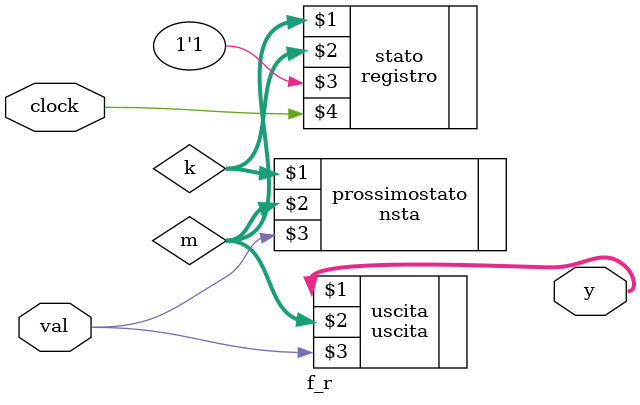
<source format=v>
module f_r(output [1:0]y, input val, input clock);

wire [1:0]k;
wire [1:0]m;

registro #(2) stato(m, k, 1'b1, clock); 
nsta prossimostato(k, m, val);
uscita uscita(y, m, val);
endmodule

</source>
